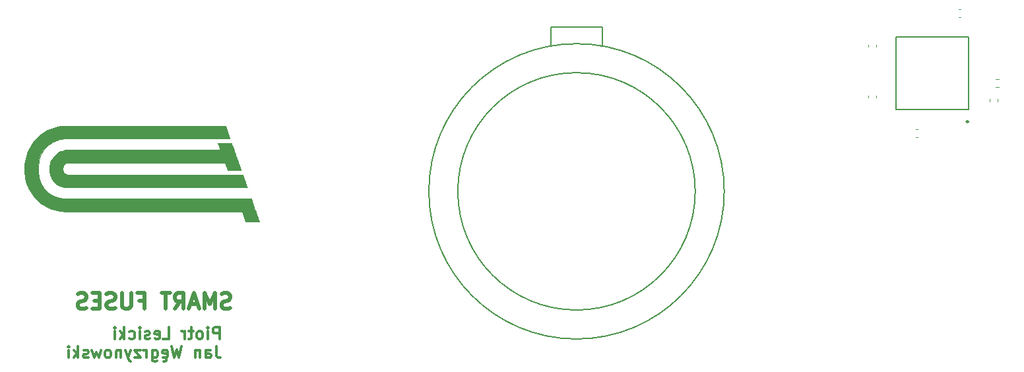
<source format=gbr>
%TF.GenerationSoftware,KiCad,Pcbnew,(6.0.2)*%
%TF.CreationDate,2022-06-14T20:32:41+02:00*%
%TF.ProjectId,SB-Spoko Bezpieczniki,53422d53-706f-46b6-9f20-42657a706965,rev?*%
%TF.SameCoordinates,Original*%
%TF.FileFunction,Legend,Bot*%
%TF.FilePolarity,Positive*%
%FSLAX46Y46*%
G04 Gerber Fmt 4.6, Leading zero omitted, Abs format (unit mm)*
G04 Created by KiCad (PCBNEW (6.0.2)) date 2022-06-14 20:32:41*
%MOMM*%
%LPD*%
G01*
G04 APERTURE LIST*
%ADD10C,0.150000*%
%ADD11C,0.375000*%
%ADD12C,0.500000*%
%ADD13C,0.010000*%
%ADD14C,0.120000*%
%ADD15C,0.200000*%
%ADD16C,0.250000*%
G04 APERTURE END LIST*
D10*
X211771784Y-96230000D02*
G75*
G03*
X211771784Y-96230000I-18951784J0D01*
G01*
X208052219Y-96230000D02*
G75*
G03*
X208052219Y-96230000I-15232219J0D01*
G01*
X189510000Y-75100000D02*
X196120000Y-75100000D01*
X189510000Y-77510000D02*
X189510000Y-75100000D01*
X196120000Y-75100000D02*
X196120000Y-77540000D01*
D11*
X146999107Y-115181071D02*
X146999107Y-113681071D01*
X146427678Y-113681071D01*
X146284821Y-113752500D01*
X146213392Y-113823928D01*
X146141964Y-113966785D01*
X146141964Y-114181071D01*
X146213392Y-114323928D01*
X146284821Y-114395357D01*
X146427678Y-114466785D01*
X146999107Y-114466785D01*
X145499107Y-115181071D02*
X145499107Y-114181071D01*
X145499107Y-113681071D02*
X145570535Y-113752500D01*
X145499107Y-113823928D01*
X145427678Y-113752500D01*
X145499107Y-113681071D01*
X145499107Y-113823928D01*
X144570535Y-115181071D02*
X144713392Y-115109642D01*
X144784821Y-115038214D01*
X144856250Y-114895357D01*
X144856250Y-114466785D01*
X144784821Y-114323928D01*
X144713392Y-114252500D01*
X144570535Y-114181071D01*
X144356250Y-114181071D01*
X144213392Y-114252500D01*
X144141964Y-114323928D01*
X144070535Y-114466785D01*
X144070535Y-114895357D01*
X144141964Y-115038214D01*
X144213392Y-115109642D01*
X144356250Y-115181071D01*
X144570535Y-115181071D01*
X143641964Y-114181071D02*
X143070535Y-114181071D01*
X143427678Y-113681071D02*
X143427678Y-114966785D01*
X143356250Y-115109642D01*
X143213392Y-115181071D01*
X143070535Y-115181071D01*
X142570535Y-115181071D02*
X142570535Y-114181071D01*
X142570535Y-114466785D02*
X142499107Y-114323928D01*
X142427678Y-114252500D01*
X142284821Y-114181071D01*
X142141964Y-114181071D01*
X139784821Y-115181071D02*
X140499107Y-115181071D01*
X140499107Y-113681071D01*
X138713392Y-115109642D02*
X138856250Y-115181071D01*
X139141964Y-115181071D01*
X139284821Y-115109642D01*
X139356250Y-114966785D01*
X139356250Y-114395357D01*
X139284821Y-114252500D01*
X139141964Y-114181071D01*
X138856250Y-114181071D01*
X138713392Y-114252500D01*
X138641964Y-114395357D01*
X138641964Y-114538214D01*
X139356250Y-114681071D01*
X138070535Y-115109642D02*
X137927678Y-115181071D01*
X137641964Y-115181071D01*
X137499107Y-115109642D01*
X137427678Y-114966785D01*
X137427678Y-114895357D01*
X137499107Y-114752500D01*
X137641964Y-114681071D01*
X137856250Y-114681071D01*
X137999107Y-114609642D01*
X138070535Y-114466785D01*
X138070535Y-114395357D01*
X137999107Y-114252500D01*
X137856250Y-114181071D01*
X137641964Y-114181071D01*
X137499107Y-114252500D01*
X136784821Y-115181071D02*
X136784821Y-114181071D01*
X136784821Y-113681071D02*
X136856250Y-113752500D01*
X136784821Y-113823928D01*
X136713392Y-113752500D01*
X136784821Y-113681071D01*
X136784821Y-113823928D01*
X135427678Y-115109642D02*
X135570535Y-115181071D01*
X135856250Y-115181071D01*
X135999107Y-115109642D01*
X136070535Y-115038214D01*
X136141964Y-114895357D01*
X136141964Y-114466785D01*
X136070535Y-114323928D01*
X135999107Y-114252500D01*
X135856250Y-114181071D01*
X135570535Y-114181071D01*
X135427678Y-114252500D01*
X134784821Y-115181071D02*
X134784821Y-113681071D01*
X134641964Y-114609642D02*
X134213392Y-115181071D01*
X134213392Y-114181071D02*
X134784821Y-114752500D01*
X133570535Y-115181071D02*
X133570535Y-114181071D01*
X133570535Y-113681071D02*
X133641964Y-113752500D01*
X133570535Y-113823928D01*
X133499107Y-113752500D01*
X133570535Y-113681071D01*
X133570535Y-113823928D01*
X146570535Y-116096071D02*
X146570535Y-117167500D01*
X146641964Y-117381785D01*
X146784821Y-117524642D01*
X146999107Y-117596071D01*
X147141964Y-117596071D01*
X145213392Y-117596071D02*
X145213392Y-116810357D01*
X145284821Y-116667500D01*
X145427678Y-116596071D01*
X145713392Y-116596071D01*
X145856250Y-116667500D01*
X145213392Y-117524642D02*
X145356250Y-117596071D01*
X145713392Y-117596071D01*
X145856250Y-117524642D01*
X145927678Y-117381785D01*
X145927678Y-117238928D01*
X145856250Y-117096071D01*
X145713392Y-117024642D01*
X145356250Y-117024642D01*
X145213392Y-116953214D01*
X144499107Y-116596071D02*
X144499107Y-117596071D01*
X144499107Y-116738928D02*
X144427678Y-116667500D01*
X144284821Y-116596071D01*
X144070535Y-116596071D01*
X143927678Y-116667500D01*
X143856250Y-116810357D01*
X143856250Y-117596071D01*
X142141964Y-116096071D02*
X141784821Y-117596071D01*
X141499107Y-116524642D01*
X141213392Y-117596071D01*
X140856250Y-116096071D01*
X139713392Y-117524642D02*
X139856250Y-117596071D01*
X140141964Y-117596071D01*
X140284821Y-117524642D01*
X140356250Y-117381785D01*
X140356250Y-116810357D01*
X140284821Y-116667500D01*
X140141964Y-116596071D01*
X139856250Y-116596071D01*
X139713392Y-116667500D01*
X139641964Y-116810357D01*
X139641964Y-116953214D01*
X140356250Y-117096071D01*
X139999107Y-117596071D02*
X140141964Y-117738928D01*
X140213392Y-117881785D01*
X140141964Y-118024642D01*
X139999107Y-118096071D01*
X139856250Y-118096071D01*
X138356250Y-116596071D02*
X138356250Y-117810357D01*
X138427678Y-117953214D01*
X138499107Y-118024642D01*
X138641964Y-118096071D01*
X138856250Y-118096071D01*
X138999107Y-118024642D01*
X138356250Y-117524642D02*
X138499107Y-117596071D01*
X138784821Y-117596071D01*
X138927678Y-117524642D01*
X138999107Y-117453214D01*
X139070535Y-117310357D01*
X139070535Y-116881785D01*
X138999107Y-116738928D01*
X138927678Y-116667500D01*
X138784821Y-116596071D01*
X138499107Y-116596071D01*
X138356250Y-116667500D01*
X137641964Y-117596071D02*
X137641964Y-116596071D01*
X137641964Y-116881785D02*
X137570535Y-116738928D01*
X137499107Y-116667500D01*
X137356250Y-116596071D01*
X137213392Y-116596071D01*
X136856250Y-116596071D02*
X136070535Y-116596071D01*
X136856250Y-117596071D01*
X136070535Y-117596071D01*
X135641964Y-116596071D02*
X135284821Y-117596071D01*
X134927678Y-116596071D02*
X135284821Y-117596071D01*
X135427678Y-117953214D01*
X135499107Y-118024642D01*
X135641964Y-118096071D01*
X134356250Y-116596071D02*
X134356250Y-117596071D01*
X134356250Y-116738928D02*
X134284821Y-116667500D01*
X134141964Y-116596071D01*
X133927678Y-116596071D01*
X133784821Y-116667500D01*
X133713392Y-116810357D01*
X133713392Y-117596071D01*
X132784821Y-117596071D02*
X132927678Y-117524642D01*
X132999107Y-117453214D01*
X133070535Y-117310357D01*
X133070535Y-116881785D01*
X132999107Y-116738928D01*
X132927678Y-116667500D01*
X132784821Y-116596071D01*
X132570535Y-116596071D01*
X132427678Y-116667500D01*
X132356250Y-116738928D01*
X132284821Y-116881785D01*
X132284821Y-117310357D01*
X132356250Y-117453214D01*
X132427678Y-117524642D01*
X132570535Y-117596071D01*
X132784821Y-117596071D01*
X131784821Y-116596071D02*
X131499107Y-117596071D01*
X131213392Y-116881785D01*
X130927678Y-117596071D01*
X130641964Y-116596071D01*
X130141964Y-117524642D02*
X129999107Y-117596071D01*
X129713392Y-117596071D01*
X129570535Y-117524642D01*
X129499107Y-117381785D01*
X129499107Y-117310357D01*
X129570535Y-117167500D01*
X129713392Y-117096071D01*
X129927678Y-117096071D01*
X130070535Y-117024642D01*
X130141964Y-116881785D01*
X130141964Y-116810357D01*
X130070535Y-116667500D01*
X129927678Y-116596071D01*
X129713392Y-116596071D01*
X129570535Y-116667500D01*
X128856250Y-117596071D02*
X128856250Y-116096071D01*
X128713392Y-117024642D02*
X128284821Y-117596071D01*
X128284821Y-116596071D02*
X128856250Y-117167500D01*
X127641964Y-117596071D02*
X127641964Y-116596071D01*
X127641964Y-116096071D02*
X127713392Y-116167500D01*
X127641964Y-116238928D01*
X127570535Y-116167500D01*
X127641964Y-116096071D01*
X127641964Y-116238928D01*
D12*
X148411857Y-111199523D02*
X148126143Y-111294761D01*
X147649953Y-111294761D01*
X147459476Y-111199523D01*
X147364238Y-111104285D01*
X147269000Y-110913809D01*
X147269000Y-110723333D01*
X147364238Y-110532857D01*
X147459476Y-110437619D01*
X147649953Y-110342380D01*
X148030905Y-110247142D01*
X148221381Y-110151904D01*
X148316619Y-110056666D01*
X148411857Y-109866190D01*
X148411857Y-109675714D01*
X148316619Y-109485238D01*
X148221381Y-109390000D01*
X148030905Y-109294761D01*
X147554714Y-109294761D01*
X147269000Y-109390000D01*
X146411857Y-111294761D02*
X146411857Y-109294761D01*
X145745191Y-110723333D01*
X145078524Y-109294761D01*
X145078524Y-111294761D01*
X144221381Y-110723333D02*
X143269000Y-110723333D01*
X144411857Y-111294761D02*
X143745191Y-109294761D01*
X143078524Y-111294761D01*
X141269000Y-111294761D02*
X141935667Y-110342380D01*
X142411857Y-111294761D02*
X142411857Y-109294761D01*
X141649953Y-109294761D01*
X141459476Y-109390000D01*
X141364238Y-109485238D01*
X141269000Y-109675714D01*
X141269000Y-109961428D01*
X141364238Y-110151904D01*
X141459476Y-110247142D01*
X141649953Y-110342380D01*
X142411857Y-110342380D01*
X140697572Y-109294761D02*
X139554714Y-109294761D01*
X140126143Y-111294761D02*
X140126143Y-109294761D01*
X136697572Y-110247142D02*
X137364238Y-110247142D01*
X137364238Y-111294761D02*
X137364238Y-109294761D01*
X136411857Y-109294761D01*
X135649953Y-109294761D02*
X135649953Y-110913809D01*
X135554714Y-111104285D01*
X135459476Y-111199523D01*
X135269000Y-111294761D01*
X134888048Y-111294761D01*
X134697572Y-111199523D01*
X134602334Y-111104285D01*
X134507095Y-110913809D01*
X134507095Y-109294761D01*
X133649953Y-111199523D02*
X133364238Y-111294761D01*
X132888048Y-111294761D01*
X132697572Y-111199523D01*
X132602334Y-111104285D01*
X132507095Y-110913809D01*
X132507095Y-110723333D01*
X132602334Y-110532857D01*
X132697572Y-110437619D01*
X132888048Y-110342380D01*
X133269000Y-110247142D01*
X133459476Y-110151904D01*
X133554714Y-110056666D01*
X133649953Y-109866190D01*
X133649953Y-109675714D01*
X133554714Y-109485238D01*
X133459476Y-109390000D01*
X133269000Y-109294761D01*
X132792810Y-109294761D01*
X132507095Y-109390000D01*
X131649953Y-110247142D02*
X130983286Y-110247142D01*
X130697572Y-111294761D02*
X131649953Y-111294761D01*
X131649953Y-109294761D01*
X130697572Y-109294761D01*
X129935667Y-111199523D02*
X129649953Y-111294761D01*
X129173762Y-111294761D01*
X128983286Y-111199523D01*
X128888048Y-111104285D01*
X128792810Y-110913809D01*
X128792810Y-110723333D01*
X128888048Y-110532857D01*
X128983286Y-110437619D01*
X129173762Y-110342380D01*
X129554714Y-110247142D01*
X129745191Y-110151904D01*
X129840429Y-110056666D01*
X129935667Y-109866190D01*
X129935667Y-109675714D01*
X129840429Y-109485238D01*
X129745191Y-109390000D01*
X129554714Y-109294761D01*
X129078524Y-109294761D01*
X128792810Y-109390000D01*
D13*
%TO.C,G\u002A\u002A\u002A*%
X147496852Y-90022957D02*
X147351381Y-90023197D01*
X147351381Y-90023197D02*
X147224635Y-90023609D01*
X147224635Y-90023609D02*
X147115815Y-90024204D01*
X147115815Y-90024204D02*
X147024125Y-90024993D01*
X147024125Y-90024993D02*
X146948767Y-90025986D01*
X146948767Y-90025986D02*
X146888943Y-90027193D01*
X146888943Y-90027193D02*
X146843856Y-90028625D01*
X146843856Y-90028625D02*
X146812709Y-90030292D01*
X146812709Y-90030292D02*
X146794704Y-90032206D01*
X146794704Y-90032206D02*
X146789040Y-90034326D01*
X146789040Y-90034326D02*
X146792322Y-90046034D01*
X146792322Y-90046034D02*
X146801706Y-90074881D01*
X146801706Y-90074881D02*
X146816503Y-90118855D01*
X146816503Y-90118855D02*
X146836021Y-90175943D01*
X146836021Y-90175943D02*
X146859570Y-90244134D01*
X146859570Y-90244134D02*
X146886460Y-90321414D01*
X146886460Y-90321414D02*
X146916000Y-90405773D01*
X146916000Y-90405773D02*
X146936360Y-90463632D01*
X146936360Y-90463632D02*
X146967229Y-90551355D01*
X146967229Y-90551355D02*
X146995902Y-90633162D01*
X146995902Y-90633162D02*
X147021692Y-90707065D01*
X147021692Y-90707065D02*
X147043909Y-90771075D01*
X147043909Y-90771075D02*
X147061865Y-90823205D01*
X147061865Y-90823205D02*
X147074872Y-90861466D01*
X147074872Y-90861466D02*
X147082240Y-90883870D01*
X147082240Y-90883870D02*
X147083680Y-90889004D01*
X147083680Y-90889004D02*
X147073593Y-90889347D01*
X147073593Y-90889347D02*
X147043622Y-90889693D01*
X147043622Y-90889693D02*
X146994205Y-90890042D01*
X146994205Y-90890042D02*
X146925776Y-90890391D01*
X146925776Y-90890391D02*
X146838773Y-90890742D01*
X146838773Y-90890742D02*
X146733633Y-90891093D01*
X146733633Y-90891093D02*
X146610792Y-90891444D01*
X146610792Y-90891444D02*
X146470685Y-90891795D01*
X146470685Y-90891795D02*
X146313751Y-90892145D01*
X146313751Y-90892145D02*
X146140424Y-90892494D01*
X146140424Y-90892494D02*
X145951142Y-90892841D01*
X145951142Y-90892841D02*
X145746342Y-90893186D01*
X145746342Y-90893186D02*
X145526458Y-90893528D01*
X145526458Y-90893528D02*
X145291929Y-90893867D01*
X145291929Y-90893867D02*
X145043191Y-90894202D01*
X145043191Y-90894202D02*
X144780679Y-90894534D01*
X144780679Y-90894534D02*
X144504830Y-90894860D01*
X144504830Y-90894860D02*
X144216082Y-90895182D01*
X144216082Y-90895182D02*
X143914870Y-90895498D01*
X143914870Y-90895498D02*
X143601630Y-90895808D01*
X143601630Y-90895808D02*
X143276800Y-90896111D01*
X143276800Y-90896111D02*
X142940816Y-90896408D01*
X142940816Y-90896408D02*
X142594114Y-90896697D01*
X142594114Y-90896697D02*
X142237130Y-90896978D01*
X142237130Y-90896978D02*
X141870301Y-90897251D01*
X141870301Y-90897251D02*
X141494064Y-90897516D01*
X141494064Y-90897516D02*
X141108855Y-90897771D01*
X141108855Y-90897771D02*
X140715111Y-90898016D01*
X140715111Y-90898016D02*
X140313267Y-90898251D01*
X140313267Y-90898251D02*
X139903761Y-90898475D01*
X139903761Y-90898475D02*
X139487029Y-90898688D01*
X139487029Y-90898688D02*
X139063507Y-90898890D01*
X139063507Y-90898890D02*
X138633632Y-90899079D01*
X138633632Y-90899079D02*
X138197840Y-90899256D01*
X138197840Y-90899256D02*
X137756568Y-90899420D01*
X137756568Y-90899420D02*
X137310252Y-90899571D01*
X137310252Y-90899571D02*
X137215780Y-90899601D01*
X137215780Y-90899601D02*
X127347880Y-90902686D01*
X127347880Y-90902686D02*
X127219385Y-90924412D01*
X127219385Y-90924412D02*
X127011445Y-90966612D01*
X127011445Y-90966612D02*
X126818177Y-91020905D01*
X126818177Y-91020905D02*
X126637128Y-91088440D01*
X126637128Y-91088440D02*
X126465848Y-91170369D01*
X126465848Y-91170369D02*
X126301884Y-91267840D01*
X126301884Y-91267840D02*
X126142787Y-91382004D01*
X126142787Y-91382004D02*
X126011903Y-91490944D01*
X126011903Y-91490944D02*
X125857661Y-91640362D01*
X125857661Y-91640362D02*
X125716346Y-91803846D01*
X125716346Y-91803846D02*
X125589177Y-91979378D01*
X125589177Y-91979378D02*
X125477369Y-92164937D01*
X125477369Y-92164937D02*
X125382140Y-92358506D01*
X125382140Y-92358506D02*
X125304706Y-92558066D01*
X125304706Y-92558066D02*
X125246427Y-92761000D01*
X125246427Y-92761000D02*
X125206680Y-92970263D01*
X125206680Y-92970263D02*
X125184544Y-93187243D01*
X125184544Y-93187243D02*
X125180220Y-93409176D01*
X125180220Y-93409176D02*
X125187912Y-93566164D01*
X125187912Y-93566164D02*
X125209719Y-93773429D01*
X125209719Y-93773429D02*
X125242239Y-93965499D01*
X125242239Y-93965499D02*
X125286069Y-94144803D01*
X125286069Y-94144803D02*
X125341808Y-94313772D01*
X125341808Y-94313772D02*
X125410055Y-94474833D01*
X125410055Y-94474833D02*
X125413493Y-94482067D01*
X125413493Y-94482067D02*
X125476858Y-94607295D01*
X125476858Y-94607295D02*
X125540869Y-94717499D01*
X125540869Y-94717499D02*
X125609021Y-94817773D01*
X125609021Y-94817773D02*
X125684809Y-94913213D01*
X125684809Y-94913213D02*
X125771728Y-95008912D01*
X125771728Y-95008912D02*
X125782608Y-95020178D01*
X125782608Y-95020178D02*
X125917652Y-95148419D01*
X125917652Y-95148419D02*
X126059599Y-95261325D01*
X126059599Y-95261325D02*
X126212565Y-95361873D01*
X126212565Y-95361873D02*
X126380663Y-95453035D01*
X126380663Y-95453035D02*
X126382680Y-95454031D01*
X126382680Y-95454031D02*
X126511528Y-95513714D01*
X126511528Y-95513714D02*
X126640822Y-95565441D01*
X126640822Y-95565441D02*
X126774572Y-95610449D01*
X126774572Y-95610449D02*
X126916788Y-95649973D01*
X126916788Y-95649973D02*
X127071478Y-95685249D01*
X127071478Y-95685249D02*
X127231040Y-95715500D01*
X127231040Y-95715500D02*
X127358040Y-95737643D01*
X127358040Y-95737643D02*
X138953140Y-95740341D01*
X138953140Y-95740341D02*
X139438233Y-95740447D01*
X139438233Y-95740447D02*
X139918408Y-95740539D01*
X139918408Y-95740539D02*
X140393261Y-95740616D01*
X140393261Y-95740616D02*
X140862391Y-95740680D01*
X140862391Y-95740680D02*
X141325395Y-95740729D01*
X141325395Y-95740729D02*
X141781870Y-95740765D01*
X141781870Y-95740765D02*
X142231414Y-95740788D01*
X142231414Y-95740788D02*
X142673624Y-95740797D01*
X142673624Y-95740797D02*
X143108097Y-95740792D01*
X143108097Y-95740792D02*
X143534431Y-95740775D01*
X143534431Y-95740775D02*
X143952222Y-95740745D01*
X143952222Y-95740745D02*
X144361069Y-95740703D01*
X144361069Y-95740703D02*
X144760569Y-95740647D01*
X144760569Y-95740647D02*
X145150319Y-95740580D01*
X145150319Y-95740580D02*
X145529916Y-95740500D01*
X145529916Y-95740500D02*
X145898958Y-95740409D01*
X145898958Y-95740409D02*
X146257042Y-95740305D01*
X146257042Y-95740305D02*
X146603766Y-95740191D01*
X146603766Y-95740191D02*
X146938726Y-95740064D01*
X146938726Y-95740064D02*
X147261521Y-95739926D01*
X147261521Y-95739926D02*
X147571747Y-95739778D01*
X147571747Y-95739778D02*
X147869002Y-95739618D01*
X147869002Y-95739618D02*
X148152883Y-95739448D01*
X148152883Y-95739448D02*
X148422988Y-95739267D01*
X148422988Y-95739267D02*
X148678914Y-95739075D01*
X148678914Y-95739075D02*
X148920258Y-95738874D01*
X148920258Y-95738874D02*
X149146618Y-95738662D01*
X149146618Y-95738662D02*
X149357591Y-95738441D01*
X149357591Y-95738441D02*
X149552775Y-95738209D01*
X149552775Y-95738209D02*
X149731766Y-95737969D01*
X149731766Y-95737969D02*
X149894162Y-95737719D01*
X149894162Y-95737719D02*
X150039561Y-95737459D01*
X150039561Y-95737459D02*
X150167559Y-95737191D01*
X150167559Y-95737191D02*
X150277755Y-95736914D01*
X150277755Y-95736914D02*
X150369745Y-95736628D01*
X150369745Y-95736628D02*
X150443127Y-95736334D01*
X150443127Y-95736334D02*
X150497499Y-95736032D01*
X150497499Y-95736032D02*
X150532457Y-95735721D01*
X150532457Y-95735721D02*
X150547598Y-95735403D01*
X150547598Y-95735403D02*
X150548240Y-95735321D01*
X150548240Y-95735321D02*
X150544935Y-95724789D01*
X150544935Y-95724789D02*
X150535345Y-95696506D01*
X150535345Y-95696506D02*
X150519962Y-95651876D01*
X150519962Y-95651876D02*
X150499279Y-95592305D01*
X150499279Y-95592305D02*
X150473785Y-95519198D01*
X150473785Y-95519198D02*
X150443973Y-95433961D01*
X150443973Y-95433961D02*
X150410333Y-95337999D01*
X150410333Y-95337999D02*
X150373358Y-95232717D01*
X150373358Y-95232717D02*
X150333538Y-95119521D01*
X150333538Y-95119521D02*
X150291365Y-94999816D01*
X150291365Y-94999816D02*
X150259606Y-94909781D01*
X150259606Y-94909781D02*
X149970971Y-94091960D01*
X149970971Y-94091960D02*
X138710226Y-94086880D01*
X138710226Y-94086880D02*
X127449480Y-94081800D01*
X127449480Y-94081800D02*
X127373280Y-94059972D01*
X127373280Y-94059972D02*
X127261555Y-94020486D01*
X127261555Y-94020486D02*
X127165591Y-93970187D01*
X127165591Y-93970187D02*
X127084976Y-93908411D01*
X127084976Y-93908411D02*
X127019301Y-93834496D01*
X127019301Y-93834496D02*
X126968153Y-93747776D01*
X126968153Y-93747776D02*
X126931122Y-93647590D01*
X126931122Y-93647590D02*
X126907796Y-93533273D01*
X126907796Y-93533273D02*
X126897763Y-93404161D01*
X126897763Y-93404161D02*
X126898832Y-93294400D01*
X126898832Y-93294400D02*
X126912207Y-93155065D01*
X126912207Y-93155065D02*
X126940009Y-93030037D01*
X126940009Y-93030037D02*
X126982247Y-92919303D01*
X126982247Y-92919303D02*
X127038928Y-92822852D01*
X127038928Y-92822852D02*
X127110062Y-92740672D01*
X127110062Y-92740672D02*
X127195655Y-92672751D01*
X127195655Y-92672751D02*
X127295717Y-92619078D01*
X127295717Y-92619078D02*
X127403958Y-92581337D01*
X127403958Y-92581337D02*
X127490120Y-92557800D01*
X127490120Y-92557800D02*
X147675957Y-92557800D01*
X147675957Y-92557800D02*
X148016469Y-93523000D01*
X148016469Y-93523000D02*
X148891195Y-93525596D01*
X148891195Y-93525596D02*
X149050198Y-93525958D01*
X149050198Y-93525958D02*
X149195203Y-93526062D01*
X149195203Y-93526062D02*
X149325496Y-93525915D01*
X149325496Y-93525915D02*
X149440364Y-93525523D01*
X149440364Y-93525523D02*
X149539095Y-93524891D01*
X149539095Y-93524891D02*
X149620976Y-93524024D01*
X149620976Y-93524024D02*
X149685293Y-93522929D01*
X149685293Y-93522929D02*
X149731334Y-93521612D01*
X149731334Y-93521612D02*
X149758386Y-93520077D01*
X149758386Y-93520077D02*
X149765920Y-93518578D01*
X149765920Y-93518578D02*
X149762589Y-93508136D01*
X149762589Y-93508136D02*
X149752820Y-93479507D01*
X149752820Y-93479507D02*
X149736956Y-93433661D01*
X149736956Y-93433661D02*
X149715337Y-93371569D01*
X149715337Y-93371569D02*
X149688304Y-93294200D01*
X149688304Y-93294200D02*
X149656197Y-93202523D01*
X149656197Y-93202523D02*
X149619357Y-93097509D01*
X149619357Y-93097509D02*
X149578126Y-92980127D01*
X149578126Y-92980127D02*
X149532843Y-92851348D01*
X149532843Y-92851348D02*
X149483850Y-92712142D01*
X149483850Y-92712142D02*
X149431487Y-92563477D01*
X149431487Y-92563477D02*
X149376096Y-92406324D01*
X149376096Y-92406324D02*
X149318016Y-92241654D01*
X149318016Y-92241654D02*
X149257589Y-92070435D01*
X149257589Y-92070435D02*
X149195156Y-91893637D01*
X149195156Y-91893637D02*
X149165290Y-91809101D01*
X149165290Y-91809101D02*
X149101808Y-91629435D01*
X149101808Y-91629435D02*
X149040020Y-91454556D01*
X149040020Y-91454556D02*
X148980278Y-91285460D01*
X148980278Y-91285460D02*
X148922934Y-91123144D01*
X148922934Y-91123144D02*
X148868340Y-90968603D01*
X148868340Y-90968603D02*
X148816847Y-90822832D01*
X148816847Y-90822832D02*
X148768807Y-90686828D01*
X148768807Y-90686828D02*
X148724571Y-90561585D01*
X148724571Y-90561585D02*
X148684491Y-90448100D01*
X148684491Y-90448100D02*
X148648919Y-90347367D01*
X148648919Y-90347367D02*
X148618206Y-90260384D01*
X148618206Y-90260384D02*
X148592705Y-90188145D01*
X148592705Y-90188145D02*
X148572766Y-90131646D01*
X148572766Y-90131646D02*
X148558741Y-90091883D01*
X148558741Y-90091883D02*
X148550983Y-90069851D01*
X148550983Y-90069851D02*
X148549655Y-90066060D01*
X148549655Y-90066060D02*
X148534650Y-90022880D01*
X148534650Y-90022880D02*
X147661845Y-90022880D01*
X147661845Y-90022880D02*
X147496852Y-90022957D01*
X147496852Y-90022957D02*
X147496852Y-90022957D01*
G36*
X148549655Y-90066060D02*
G01*
X148550983Y-90069851D01*
X148558741Y-90091883D01*
X148572766Y-90131646D01*
X148592705Y-90188145D01*
X148618206Y-90260384D01*
X148648919Y-90347367D01*
X148684491Y-90448100D01*
X148724571Y-90561585D01*
X148768807Y-90686828D01*
X148816847Y-90822832D01*
X148868340Y-90968603D01*
X148922934Y-91123144D01*
X148980278Y-91285460D01*
X149040020Y-91454556D01*
X149101808Y-91629435D01*
X149165290Y-91809101D01*
X149195156Y-91893637D01*
X149257589Y-92070435D01*
X149318016Y-92241654D01*
X149376096Y-92406324D01*
X149431487Y-92563477D01*
X149483850Y-92712142D01*
X149532843Y-92851348D01*
X149578126Y-92980127D01*
X149619357Y-93097509D01*
X149656197Y-93202523D01*
X149688304Y-93294200D01*
X149715337Y-93371569D01*
X149736956Y-93433661D01*
X149752820Y-93479507D01*
X149762589Y-93508136D01*
X149765920Y-93518578D01*
X149758386Y-93520077D01*
X149731334Y-93521612D01*
X149685293Y-93522929D01*
X149620976Y-93524024D01*
X149539095Y-93524891D01*
X149440364Y-93525523D01*
X149325496Y-93525915D01*
X149195203Y-93526062D01*
X149050198Y-93525958D01*
X148891195Y-93525596D01*
X148016469Y-93523000D01*
X147675957Y-92557800D01*
X127490120Y-92557800D01*
X127403958Y-92581337D01*
X127295717Y-92619078D01*
X127195655Y-92672751D01*
X127110062Y-92740672D01*
X127038928Y-92822852D01*
X126982247Y-92919303D01*
X126940009Y-93030037D01*
X126912207Y-93155065D01*
X126898832Y-93294400D01*
X126897763Y-93404161D01*
X126907796Y-93533273D01*
X126931122Y-93647590D01*
X126968153Y-93747776D01*
X127019301Y-93834496D01*
X127084976Y-93908411D01*
X127165591Y-93970187D01*
X127261555Y-94020486D01*
X127373280Y-94059972D01*
X127449480Y-94081800D01*
X138710226Y-94086880D01*
X149970971Y-94091960D01*
X150259606Y-94909781D01*
X150291365Y-94999816D01*
X150333538Y-95119521D01*
X150373358Y-95232717D01*
X150410333Y-95337999D01*
X150443973Y-95433961D01*
X150473785Y-95519198D01*
X150499279Y-95592305D01*
X150519962Y-95651876D01*
X150535345Y-95696506D01*
X150544935Y-95724789D01*
X150548240Y-95735321D01*
X150547598Y-95735403D01*
X150532457Y-95735721D01*
X150497499Y-95736032D01*
X150443127Y-95736334D01*
X150369745Y-95736628D01*
X150277755Y-95736914D01*
X150167559Y-95737191D01*
X150039561Y-95737459D01*
X149894162Y-95737719D01*
X149731766Y-95737969D01*
X149552775Y-95738209D01*
X149357591Y-95738441D01*
X149146618Y-95738662D01*
X148920258Y-95738874D01*
X148678914Y-95739075D01*
X148422988Y-95739267D01*
X148152883Y-95739448D01*
X147869002Y-95739618D01*
X147571747Y-95739778D01*
X147261521Y-95739926D01*
X146938726Y-95740064D01*
X146603766Y-95740191D01*
X146257042Y-95740305D01*
X145898958Y-95740409D01*
X145529916Y-95740500D01*
X145150319Y-95740580D01*
X144760569Y-95740647D01*
X144361069Y-95740703D01*
X143952222Y-95740745D01*
X143534431Y-95740775D01*
X143108097Y-95740792D01*
X142673624Y-95740797D01*
X142231414Y-95740788D01*
X141781870Y-95740765D01*
X141325395Y-95740729D01*
X140862391Y-95740680D01*
X140393261Y-95740616D01*
X139918408Y-95740539D01*
X139438233Y-95740447D01*
X138953140Y-95740341D01*
X127358040Y-95737643D01*
X127231040Y-95715500D01*
X127071478Y-95685249D01*
X126916788Y-95649973D01*
X126774572Y-95610449D01*
X126640822Y-95565441D01*
X126511528Y-95513714D01*
X126382680Y-95454031D01*
X126380663Y-95453035D01*
X126212565Y-95361873D01*
X126059599Y-95261325D01*
X125917652Y-95148419D01*
X125782608Y-95020178D01*
X125771728Y-95008912D01*
X125684809Y-94913213D01*
X125609021Y-94817773D01*
X125540869Y-94717499D01*
X125476858Y-94607295D01*
X125413493Y-94482067D01*
X125410055Y-94474833D01*
X125341808Y-94313772D01*
X125286069Y-94144803D01*
X125242239Y-93965499D01*
X125209719Y-93773429D01*
X125187912Y-93566164D01*
X125180220Y-93409176D01*
X125184544Y-93187243D01*
X125206680Y-92970263D01*
X125246427Y-92761000D01*
X125304706Y-92558066D01*
X125382140Y-92358506D01*
X125477369Y-92164937D01*
X125589177Y-91979378D01*
X125716346Y-91803846D01*
X125857661Y-91640362D01*
X126011903Y-91490944D01*
X126142787Y-91382004D01*
X126301884Y-91267840D01*
X126465848Y-91170369D01*
X126637128Y-91088440D01*
X126818177Y-91020905D01*
X127011445Y-90966612D01*
X127219385Y-90924412D01*
X127347880Y-90902686D01*
X137215780Y-90899601D01*
X137310252Y-90899571D01*
X137756568Y-90899420D01*
X138197840Y-90899256D01*
X138633632Y-90899079D01*
X139063507Y-90898890D01*
X139487029Y-90898688D01*
X139903761Y-90898475D01*
X140313267Y-90898251D01*
X140715111Y-90898016D01*
X141108855Y-90897771D01*
X141494064Y-90897516D01*
X141870301Y-90897251D01*
X142237130Y-90896978D01*
X142594114Y-90896697D01*
X142940816Y-90896408D01*
X143276800Y-90896111D01*
X143601630Y-90895808D01*
X143914870Y-90895498D01*
X144216082Y-90895182D01*
X144504830Y-90894860D01*
X144780679Y-90894534D01*
X145043191Y-90894202D01*
X145291929Y-90893867D01*
X145526458Y-90893528D01*
X145746342Y-90893186D01*
X145951142Y-90892841D01*
X146140424Y-90892494D01*
X146313751Y-90892145D01*
X146470685Y-90891795D01*
X146610792Y-90891444D01*
X146733633Y-90891093D01*
X146838773Y-90890742D01*
X146925776Y-90890391D01*
X146994205Y-90890042D01*
X147043622Y-90889693D01*
X147073593Y-90889347D01*
X147083680Y-90889004D01*
X147082240Y-90883870D01*
X147074872Y-90861466D01*
X147061865Y-90823205D01*
X147043909Y-90771075D01*
X147021692Y-90707065D01*
X146995902Y-90633162D01*
X146967229Y-90551355D01*
X146936360Y-90463632D01*
X146916000Y-90405773D01*
X146886460Y-90321414D01*
X146859570Y-90244134D01*
X146836021Y-90175943D01*
X146816503Y-90118855D01*
X146801706Y-90074881D01*
X146792322Y-90046034D01*
X146789040Y-90034326D01*
X146794704Y-90032206D01*
X146812709Y-90030292D01*
X146843856Y-90028625D01*
X146888943Y-90027193D01*
X146948767Y-90025986D01*
X147024125Y-90024993D01*
X147115815Y-90024204D01*
X147224635Y-90023609D01*
X147351381Y-90023197D01*
X147496852Y-90022957D01*
X147661845Y-90022880D01*
X148534650Y-90022880D01*
X148549655Y-90066060D01*
G37*
X148549655Y-90066060D02*
X148550983Y-90069851D01*
X148558741Y-90091883D01*
X148572766Y-90131646D01*
X148592705Y-90188145D01*
X148618206Y-90260384D01*
X148648919Y-90347367D01*
X148684491Y-90448100D01*
X148724571Y-90561585D01*
X148768807Y-90686828D01*
X148816847Y-90822832D01*
X148868340Y-90968603D01*
X148922934Y-91123144D01*
X148980278Y-91285460D01*
X149040020Y-91454556D01*
X149101808Y-91629435D01*
X149165290Y-91809101D01*
X149195156Y-91893637D01*
X149257589Y-92070435D01*
X149318016Y-92241654D01*
X149376096Y-92406324D01*
X149431487Y-92563477D01*
X149483850Y-92712142D01*
X149532843Y-92851348D01*
X149578126Y-92980127D01*
X149619357Y-93097509D01*
X149656197Y-93202523D01*
X149688304Y-93294200D01*
X149715337Y-93371569D01*
X149736956Y-93433661D01*
X149752820Y-93479507D01*
X149762589Y-93508136D01*
X149765920Y-93518578D01*
X149758386Y-93520077D01*
X149731334Y-93521612D01*
X149685293Y-93522929D01*
X149620976Y-93524024D01*
X149539095Y-93524891D01*
X149440364Y-93525523D01*
X149325496Y-93525915D01*
X149195203Y-93526062D01*
X149050198Y-93525958D01*
X148891195Y-93525596D01*
X148016469Y-93523000D01*
X147675957Y-92557800D01*
X127490120Y-92557800D01*
X127403958Y-92581337D01*
X127295717Y-92619078D01*
X127195655Y-92672751D01*
X127110062Y-92740672D01*
X127038928Y-92822852D01*
X126982247Y-92919303D01*
X126940009Y-93030037D01*
X126912207Y-93155065D01*
X126898832Y-93294400D01*
X126897763Y-93404161D01*
X126907796Y-93533273D01*
X126931122Y-93647590D01*
X126968153Y-93747776D01*
X127019301Y-93834496D01*
X127084976Y-93908411D01*
X127165591Y-93970187D01*
X127261555Y-94020486D01*
X127373280Y-94059972D01*
X127449480Y-94081800D01*
X138710226Y-94086880D01*
X149970971Y-94091960D01*
X150259606Y-94909781D01*
X150291365Y-94999816D01*
X150333538Y-95119521D01*
X150373358Y-95232717D01*
X150410333Y-95337999D01*
X150443973Y-95433961D01*
X150473785Y-95519198D01*
X150499279Y-95592305D01*
X150519962Y-95651876D01*
X150535345Y-95696506D01*
X150544935Y-95724789D01*
X150548240Y-95735321D01*
X150547598Y-95735403D01*
X150532457Y-95735721D01*
X150497499Y-95736032D01*
X150443127Y-95736334D01*
X150369745Y-95736628D01*
X150277755Y-95736914D01*
X150167559Y-95737191D01*
X150039561Y-95737459D01*
X149894162Y-95737719D01*
X149731766Y-95737969D01*
X149552775Y-95738209D01*
X149357591Y-95738441D01*
X149146618Y-95738662D01*
X148920258Y-95738874D01*
X148678914Y-95739075D01*
X148422988Y-95739267D01*
X148152883Y-95739448D01*
X147869002Y-95739618D01*
X147571747Y-95739778D01*
X147261521Y-95739926D01*
X146938726Y-95740064D01*
X146603766Y-95740191D01*
X146257042Y-95740305D01*
X145898958Y-95740409D01*
X145529916Y-95740500D01*
X145150319Y-95740580D01*
X144760569Y-95740647D01*
X144361069Y-95740703D01*
X143952222Y-95740745D01*
X143534431Y-95740775D01*
X143108097Y-95740792D01*
X142673624Y-95740797D01*
X142231414Y-95740788D01*
X141781870Y-95740765D01*
X141325395Y-95740729D01*
X140862391Y-95740680D01*
X140393261Y-95740616D01*
X139918408Y-95740539D01*
X139438233Y-95740447D01*
X138953140Y-95740341D01*
X127358040Y-95737643D01*
X127231040Y-95715500D01*
X127071478Y-95685249D01*
X126916788Y-95649973D01*
X126774572Y-95610449D01*
X126640822Y-95565441D01*
X126511528Y-95513714D01*
X126382680Y-95454031D01*
X126380663Y-95453035D01*
X126212565Y-95361873D01*
X126059599Y-95261325D01*
X125917652Y-95148419D01*
X125782608Y-95020178D01*
X125771728Y-95008912D01*
X125684809Y-94913213D01*
X125609021Y-94817773D01*
X125540869Y-94717499D01*
X125476858Y-94607295D01*
X125413493Y-94482067D01*
X125410055Y-94474833D01*
X125341808Y-94313772D01*
X125286069Y-94144803D01*
X125242239Y-93965499D01*
X125209719Y-93773429D01*
X125187912Y-93566164D01*
X125180220Y-93409176D01*
X125184544Y-93187243D01*
X125206680Y-92970263D01*
X125246427Y-92761000D01*
X125304706Y-92558066D01*
X125382140Y-92358506D01*
X125477369Y-92164937D01*
X125589177Y-91979378D01*
X125716346Y-91803846D01*
X125857661Y-91640362D01*
X126011903Y-91490944D01*
X126142787Y-91382004D01*
X126301884Y-91267840D01*
X126465848Y-91170369D01*
X126637128Y-91088440D01*
X126818177Y-91020905D01*
X127011445Y-90966612D01*
X127219385Y-90924412D01*
X127347880Y-90902686D01*
X137215780Y-90899601D01*
X137310252Y-90899571D01*
X137756568Y-90899420D01*
X138197840Y-90899256D01*
X138633632Y-90899079D01*
X139063507Y-90898890D01*
X139487029Y-90898688D01*
X139903761Y-90898475D01*
X140313267Y-90898251D01*
X140715111Y-90898016D01*
X141108855Y-90897771D01*
X141494064Y-90897516D01*
X141870301Y-90897251D01*
X142237130Y-90896978D01*
X142594114Y-90896697D01*
X142940816Y-90896408D01*
X143276800Y-90896111D01*
X143601630Y-90895808D01*
X143914870Y-90895498D01*
X144216082Y-90895182D01*
X144504830Y-90894860D01*
X144780679Y-90894534D01*
X145043191Y-90894202D01*
X145291929Y-90893867D01*
X145526458Y-90893528D01*
X145746342Y-90893186D01*
X145951142Y-90892841D01*
X146140424Y-90892494D01*
X146313751Y-90892145D01*
X146470685Y-90891795D01*
X146610792Y-90891444D01*
X146733633Y-90891093D01*
X146838773Y-90890742D01*
X146925776Y-90890391D01*
X146994205Y-90890042D01*
X147043622Y-90889693D01*
X147073593Y-90889347D01*
X147083680Y-90889004D01*
X147082240Y-90883870D01*
X147074872Y-90861466D01*
X147061865Y-90823205D01*
X147043909Y-90771075D01*
X147021692Y-90707065D01*
X146995902Y-90633162D01*
X146967229Y-90551355D01*
X146936360Y-90463632D01*
X146916000Y-90405773D01*
X146886460Y-90321414D01*
X146859570Y-90244134D01*
X146836021Y-90175943D01*
X146816503Y-90118855D01*
X146801706Y-90074881D01*
X146792322Y-90046034D01*
X146789040Y-90034326D01*
X146794704Y-90032206D01*
X146812709Y-90030292D01*
X146843856Y-90028625D01*
X146888943Y-90027193D01*
X146948767Y-90025986D01*
X147024125Y-90024993D01*
X147115815Y-90024204D01*
X147224635Y-90023609D01*
X147351381Y-90023197D01*
X147496852Y-90022957D01*
X147661845Y-90022880D01*
X148534650Y-90022880D01*
X148549655Y-90066060D01*
X132903003Y-87809233D02*
X132475573Y-87809257D01*
X132475573Y-87809257D02*
X132066484Y-87809305D01*
X132066484Y-87809305D02*
X131675537Y-87809376D01*
X131675537Y-87809376D02*
X131302535Y-87809470D01*
X131302535Y-87809470D02*
X130947280Y-87809587D01*
X130947280Y-87809587D02*
X130609575Y-87809727D01*
X130609575Y-87809727D02*
X130289220Y-87809892D01*
X130289220Y-87809892D02*
X129986018Y-87810080D01*
X129986018Y-87810080D02*
X129699772Y-87810292D01*
X129699772Y-87810292D02*
X129430283Y-87810528D01*
X129430283Y-87810528D02*
X129177354Y-87810788D01*
X129177354Y-87810788D02*
X128940786Y-87811073D01*
X128940786Y-87811073D02*
X128720381Y-87811382D01*
X128720381Y-87811382D02*
X128515942Y-87811716D01*
X128515942Y-87811716D02*
X128327271Y-87812075D01*
X128327271Y-87812075D02*
X128154170Y-87812459D01*
X128154170Y-87812459D02*
X127996440Y-87812868D01*
X127996440Y-87812868D02*
X127853885Y-87813302D01*
X127853885Y-87813302D02*
X127726305Y-87813762D01*
X127726305Y-87813762D02*
X127613504Y-87814247D01*
X127613504Y-87814247D02*
X127515282Y-87814759D01*
X127515282Y-87814759D02*
X127431443Y-87815296D01*
X127431443Y-87815296D02*
X127361788Y-87815859D01*
X127361788Y-87815859D02*
X127306120Y-87816449D01*
X127306120Y-87816449D02*
X127264240Y-87817064D01*
X127264240Y-87817064D02*
X127235950Y-87817707D01*
X127235950Y-87817707D02*
X127225960Y-87818079D01*
X127225960Y-87818079D02*
X126891753Y-87840536D01*
X126891753Y-87840536D02*
X126572625Y-87875617D01*
X126572625Y-87875617D02*
X126267377Y-87923789D01*
X126267377Y-87923789D02*
X125974809Y-87985514D01*
X125974809Y-87985514D02*
X125693723Y-88061257D01*
X125693723Y-88061257D02*
X125422918Y-88151482D01*
X125422918Y-88151482D02*
X125161195Y-88256653D01*
X125161195Y-88256653D02*
X124907355Y-88377235D01*
X124907355Y-88377235D02*
X124660198Y-88513691D01*
X124660198Y-88513691D02*
X124418524Y-88666486D01*
X124418524Y-88666486D02*
X124181134Y-88836084D01*
X124181134Y-88836084D02*
X123946829Y-89022949D01*
X123946829Y-89022949D02*
X123812200Y-89139135D01*
X123812200Y-89139135D02*
X123745611Y-89200138D01*
X123745611Y-89200138D02*
X123670088Y-89272609D01*
X123670088Y-89272609D02*
X123589342Y-89352737D01*
X123589342Y-89352737D02*
X123507080Y-89436709D01*
X123507080Y-89436709D02*
X123427009Y-89520713D01*
X123427009Y-89520713D02*
X123352838Y-89600937D01*
X123352838Y-89600937D02*
X123288274Y-89673569D01*
X123288274Y-89673569D02*
X123259413Y-89707450D01*
X123259413Y-89707450D02*
X123053169Y-89969894D01*
X123053169Y-89969894D02*
X122864353Y-90242514D01*
X122864353Y-90242514D02*
X122693128Y-90524766D01*
X122693128Y-90524766D02*
X122539661Y-90816106D01*
X122539661Y-90816106D02*
X122404115Y-91115990D01*
X122404115Y-91115990D02*
X122286656Y-91423875D01*
X122286656Y-91423875D02*
X122187449Y-91739216D01*
X122187449Y-91739216D02*
X122106658Y-92061469D01*
X122106658Y-92061469D02*
X122044449Y-92390090D01*
X122044449Y-92390090D02*
X122000986Y-92724536D01*
X122000986Y-92724536D02*
X121976435Y-93064262D01*
X121976435Y-93064262D02*
X121970960Y-93408725D01*
X121970960Y-93408725D02*
X121984725Y-93757381D01*
X121984725Y-93757381D02*
X121994175Y-93880940D01*
X121994175Y-93880940D02*
X122033453Y-94224427D01*
X122033453Y-94224427D02*
X122091495Y-94560166D01*
X122091495Y-94560166D02*
X122168291Y-94888128D01*
X122168291Y-94888128D02*
X122263833Y-95208282D01*
X122263833Y-95208282D02*
X122378114Y-95520601D01*
X122378114Y-95520601D02*
X122511125Y-95825054D01*
X122511125Y-95825054D02*
X122578062Y-95961400D01*
X122578062Y-95961400D02*
X122729417Y-96239291D01*
X122729417Y-96239291D02*
X122894238Y-96503373D01*
X122894238Y-96503373D02*
X123073919Y-96755554D01*
X123073919Y-96755554D02*
X123269854Y-96997744D01*
X123269854Y-96997744D02*
X123483440Y-97231852D01*
X123483440Y-97231852D02*
X123570154Y-97319721D01*
X123570154Y-97319721D02*
X123691566Y-97437540D01*
X123691566Y-97437540D02*
X123805897Y-97542495D01*
X123805897Y-97542495D02*
X123917750Y-97638348D01*
X123917750Y-97638348D02*
X124031726Y-97728858D01*
X124031726Y-97728858D02*
X124152428Y-97817789D01*
X124152428Y-97817789D02*
X124284459Y-97908901D01*
X124284459Y-97908901D02*
X124320200Y-97932742D01*
X124320200Y-97932742D02*
X124553199Y-98078951D01*
X124553199Y-98078951D02*
X124785522Y-98207648D01*
X124785522Y-98207648D02*
X125021598Y-98320990D01*
X125021598Y-98320990D02*
X125265854Y-98421132D01*
X125265854Y-98421132D02*
X125473360Y-98494256D01*
X125473360Y-98494256D02*
X125640192Y-98547586D01*
X125640192Y-98547586D02*
X125797568Y-98594448D01*
X125797568Y-98594448D02*
X125948884Y-98635520D01*
X125948884Y-98635520D02*
X126097538Y-98671479D01*
X126097538Y-98671479D02*
X126246929Y-98703002D01*
X126246929Y-98703002D02*
X126400452Y-98730766D01*
X126400452Y-98730766D02*
X126561506Y-98755449D01*
X126561506Y-98755449D02*
X126733488Y-98777727D01*
X126733488Y-98777727D02*
X126919795Y-98798278D01*
X126919795Y-98798278D02*
X127073560Y-98813204D01*
X127073560Y-98813204D02*
X127085124Y-98813861D01*
X127085124Y-98813861D02*
X127105594Y-98814500D01*
X127105594Y-98814500D02*
X127135247Y-98815122D01*
X127135247Y-98815122D02*
X127174361Y-98815729D01*
X127174361Y-98815729D02*
X127223211Y-98816319D01*
X127223211Y-98816319D02*
X127282076Y-98816894D01*
X127282076Y-98816894D02*
X127351231Y-98817454D01*
X127351231Y-98817454D02*
X127430954Y-98818000D01*
X127430954Y-98818000D02*
X127521521Y-98818531D01*
X127521521Y-98818531D02*
X127623209Y-98819049D01*
X127623209Y-98819049D02*
X127736295Y-98819554D01*
X127736295Y-98819554D02*
X127861056Y-98820045D01*
X127861056Y-98820045D02*
X127997769Y-98820525D01*
X127997769Y-98820525D02*
X128146710Y-98820992D01*
X128146710Y-98820992D02*
X128308156Y-98821448D01*
X128308156Y-98821448D02*
X128482385Y-98821893D01*
X128482385Y-98821893D02*
X128669672Y-98822327D01*
X128669672Y-98822327D02*
X128870295Y-98822750D01*
X128870295Y-98822750D02*
X129084530Y-98823164D01*
X129084530Y-98823164D02*
X129312654Y-98823569D01*
X129312654Y-98823569D02*
X129554945Y-98823965D01*
X129554945Y-98823965D02*
X129811679Y-98824352D01*
X129811679Y-98824352D02*
X130083132Y-98824731D01*
X130083132Y-98824731D02*
X130369582Y-98825102D01*
X130369582Y-98825102D02*
X130671306Y-98825467D01*
X130671306Y-98825467D02*
X130988579Y-98825824D01*
X130988579Y-98825824D02*
X131321680Y-98826175D01*
X131321680Y-98826175D02*
X131670884Y-98826520D01*
X131670884Y-98826520D02*
X132036470Y-98826860D01*
X132036470Y-98826860D02*
X132418712Y-98827194D01*
X132418712Y-98827194D02*
X132817889Y-98827524D01*
X132817889Y-98827524D02*
X133234277Y-98827850D01*
X133234277Y-98827850D02*
X133668153Y-98828172D01*
X133668153Y-98828172D02*
X134119794Y-98828490D01*
X134119794Y-98828490D02*
X134589476Y-98828806D01*
X134589476Y-98828806D02*
X135077476Y-98829119D01*
X135077476Y-98829119D02*
X135584072Y-98829430D01*
X135584072Y-98829430D02*
X136109540Y-98829739D01*
X136109540Y-98829739D02*
X136654156Y-98830048D01*
X136654156Y-98830048D02*
X137218198Y-98830355D01*
X137218198Y-98830355D02*
X137801943Y-98830662D01*
X137801943Y-98830662D02*
X138405667Y-98830969D01*
X138405667Y-98830969D02*
X138547944Y-98831040D01*
X138547944Y-98831040D02*
X149890247Y-98836680D01*
X149890247Y-98836680D02*
X150352793Y-100147320D01*
X150352793Y-100147320D02*
X152112533Y-100152512D01*
X152112533Y-100152512D02*
X152073957Y-100043236D01*
X152073957Y-100043236D02*
X152066038Y-100020803D01*
X152066038Y-100020803D02*
X152051773Y-99980394D01*
X152051773Y-99980394D02*
X152031581Y-99923194D01*
X152031581Y-99923194D02*
X152005879Y-99850388D01*
X152005879Y-99850388D02*
X151975087Y-99763160D01*
X151975087Y-99763160D02*
X151939622Y-99662696D01*
X151939622Y-99662696D02*
X151899903Y-99550180D01*
X151899903Y-99550180D02*
X151856347Y-99426797D01*
X151856347Y-99426797D02*
X151809374Y-99293732D01*
X151809374Y-99293732D02*
X151759401Y-99152171D01*
X151759401Y-99152171D02*
X151706848Y-99003297D01*
X151706848Y-99003297D02*
X151652131Y-98848297D01*
X151652131Y-98848297D02*
X151595670Y-98688354D01*
X151595670Y-98688354D02*
X151548528Y-98554812D01*
X151548528Y-98554812D02*
X151061675Y-97175664D01*
X151061675Y-97175664D02*
X139072698Y-97172782D01*
X139072698Y-97172782D02*
X138476983Y-97172638D01*
X138476983Y-97172638D02*
X137901243Y-97172496D01*
X137901243Y-97172496D02*
X137345135Y-97172356D01*
X137345135Y-97172356D02*
X136808313Y-97172217D01*
X136808313Y-97172217D02*
X136290433Y-97172079D01*
X136290433Y-97172079D02*
X135791151Y-97171941D01*
X135791151Y-97171941D02*
X135310123Y-97171803D01*
X135310123Y-97171803D02*
X134847003Y-97171663D01*
X134847003Y-97171663D02*
X134401447Y-97171522D01*
X134401447Y-97171522D02*
X133973112Y-97171378D01*
X133973112Y-97171378D02*
X133561651Y-97171232D01*
X133561651Y-97171232D02*
X133166722Y-97171082D01*
X133166722Y-97171082D02*
X132787979Y-97170929D01*
X132787979Y-97170929D02*
X132425079Y-97170770D01*
X132425079Y-97170770D02*
X132077675Y-97170607D01*
X132077675Y-97170607D02*
X131745425Y-97170437D01*
X131745425Y-97170437D02*
X131427984Y-97170262D01*
X131427984Y-97170262D02*
X131125007Y-97170079D01*
X131125007Y-97170079D02*
X130836150Y-97169889D01*
X130836150Y-97169889D02*
X130561068Y-97169691D01*
X130561068Y-97169691D02*
X130299417Y-97169484D01*
X130299417Y-97169484D02*
X130050852Y-97169268D01*
X130050852Y-97169268D02*
X129815029Y-97169042D01*
X129815029Y-97169042D02*
X129591604Y-97168806D01*
X129591604Y-97168806D02*
X129380231Y-97168559D01*
X129380231Y-97168559D02*
X129180568Y-97168300D01*
X129180568Y-97168300D02*
X128992268Y-97168029D01*
X128992268Y-97168029D02*
X128814988Y-97167745D01*
X128814988Y-97167745D02*
X128648383Y-97167448D01*
X128648383Y-97167448D02*
X128492109Y-97167136D01*
X128492109Y-97167136D02*
X128345821Y-97166811D01*
X128345821Y-97166811D02*
X128209175Y-97166470D01*
X128209175Y-97166470D02*
X128081827Y-97166114D01*
X128081827Y-97166114D02*
X127963431Y-97165741D01*
X127963431Y-97165741D02*
X127853643Y-97165351D01*
X127853643Y-97165351D02*
X127752120Y-97164944D01*
X127752120Y-97164944D02*
X127658516Y-97164520D01*
X127658516Y-97164520D02*
X127572488Y-97164076D01*
X127572488Y-97164076D02*
X127493690Y-97163613D01*
X127493690Y-97163613D02*
X127421778Y-97163131D01*
X127421778Y-97163131D02*
X127356407Y-97162628D01*
X127356407Y-97162628D02*
X127297234Y-97162104D01*
X127297234Y-97162104D02*
X127243914Y-97161559D01*
X127243914Y-97161559D02*
X127196102Y-97160992D01*
X127196102Y-97160992D02*
X127153454Y-97160401D01*
X127153454Y-97160401D02*
X127115626Y-97159788D01*
X127115626Y-97159788D02*
X127082272Y-97159151D01*
X127082272Y-97159151D02*
X127053049Y-97158489D01*
X127053049Y-97158489D02*
X127027612Y-97157803D01*
X127027612Y-97157803D02*
X127005616Y-97157091D01*
X127005616Y-97157091D02*
X126986718Y-97156352D01*
X126986718Y-97156352D02*
X126970572Y-97155587D01*
X126970572Y-97155587D02*
X126956834Y-97154795D01*
X126956834Y-97154795D02*
X126945161Y-97153974D01*
X126945161Y-97153974D02*
X126935206Y-97153125D01*
X126935206Y-97153125D02*
X126926626Y-97152247D01*
X126926626Y-97152247D02*
X126926240Y-97152204D01*
X126926240Y-97152204D02*
X126768327Y-97132571D01*
X126768327Y-97132571D02*
X126625856Y-97110635D01*
X126625856Y-97110635D02*
X126493996Y-97085460D01*
X126493996Y-97085460D02*
X126367915Y-97056111D01*
X126367915Y-97056111D02*
X126242783Y-97021651D01*
X126242783Y-97021651D02*
X126225200Y-97016407D01*
X126225200Y-97016407D02*
X125971342Y-96931107D01*
X125971342Y-96931107D02*
X125731925Y-96832120D01*
X125731925Y-96832120D02*
X125505767Y-96718753D01*
X125505767Y-96718753D02*
X125291687Y-96590312D01*
X125291687Y-96590312D02*
X125088503Y-96446104D01*
X125088503Y-96446104D02*
X124895033Y-96285436D01*
X124895033Y-96285436D02*
X124756322Y-96154440D01*
X124756322Y-96154440D02*
X124678737Y-96076001D01*
X124678737Y-96076001D02*
X124612947Y-96006351D01*
X124612947Y-96006351D02*
X124555298Y-95941074D01*
X124555298Y-95941074D02*
X124502141Y-95875754D01*
X124502141Y-95875754D02*
X124449823Y-95805974D01*
X124449823Y-95805974D02*
X124394695Y-95727320D01*
X124394695Y-95727320D02*
X124357255Y-95671790D01*
X124357255Y-95671790D02*
X124227358Y-95458903D01*
X124227358Y-95458903D02*
X124112695Y-95232821D01*
X124112695Y-95232821D02*
X124013350Y-94993892D01*
X124013350Y-94993892D02*
X123929406Y-94742462D01*
X123929406Y-94742462D02*
X123860945Y-94478876D01*
X123860945Y-94478876D02*
X123808050Y-94203482D01*
X123808050Y-94203482D02*
X123770804Y-93916624D01*
X123770804Y-93916624D02*
X123749291Y-93618649D01*
X123749291Y-93618649D02*
X123743593Y-93309904D01*
X123743593Y-93309904D02*
X123747541Y-93126760D01*
X123747541Y-93126760D02*
X123766621Y-92828555D01*
X123766621Y-92828555D02*
X123802093Y-92540194D01*
X123802093Y-92540194D02*
X123853795Y-92262104D01*
X123853795Y-92262104D02*
X123921563Y-91994710D01*
X123921563Y-91994710D02*
X124005233Y-91738439D01*
X124005233Y-91738439D02*
X124104642Y-91493716D01*
X124104642Y-91493716D02*
X124219626Y-91260967D01*
X124219626Y-91260967D02*
X124350021Y-91040618D01*
X124350021Y-91040618D02*
X124495663Y-90833095D01*
X124495663Y-90833095D02*
X124656390Y-90638824D01*
X124656390Y-90638824D02*
X124736379Y-90552956D01*
X124736379Y-90552956D02*
X124900056Y-90394013D01*
X124900056Y-90394013D02*
X125069350Y-90250518D01*
X125069350Y-90250518D02*
X125247615Y-90120048D01*
X125247615Y-90120048D02*
X125438204Y-90000182D01*
X125438204Y-90000182D02*
X125644471Y-89888495D01*
X125644471Y-89888495D02*
X125681640Y-89869998D01*
X125681640Y-89869998D02*
X125890716Y-89774235D01*
X125890716Y-89774235D02*
X126101228Y-89692303D01*
X126101228Y-89692303D02*
X126316506Y-89623244D01*
X126316506Y-89623244D02*
X126539884Y-89566106D01*
X126539884Y-89566106D02*
X126774693Y-89519932D01*
X126774693Y-89519932D02*
X127024265Y-89483768D01*
X127024265Y-89483768D02*
X127032920Y-89482719D01*
X127032920Y-89482719D02*
X127042838Y-89482041D01*
X127042838Y-89482041D02*
X127061360Y-89481383D01*
X127061360Y-89481383D02*
X127088777Y-89480746D01*
X127088777Y-89480746D02*
X127125382Y-89480128D01*
X127125382Y-89480128D02*
X127171464Y-89479529D01*
X127171464Y-89479529D02*
X127227316Y-89478950D01*
X127227316Y-89478950D02*
X127293229Y-89478388D01*
X127293229Y-89478388D02*
X127369494Y-89477845D01*
X127369494Y-89477845D02*
X127456402Y-89477319D01*
X127456402Y-89477319D02*
X127554244Y-89476811D01*
X127554244Y-89476811D02*
X127663312Y-89476319D01*
X127663312Y-89476319D02*
X127783897Y-89475843D01*
X127783897Y-89475843D02*
X127916290Y-89475383D01*
X127916290Y-89475383D02*
X128060782Y-89474939D01*
X128060782Y-89474939D02*
X128217665Y-89474510D01*
X128217665Y-89474510D02*
X128387230Y-89474095D01*
X128387230Y-89474095D02*
X128569768Y-89473694D01*
X128569768Y-89473694D02*
X128765570Y-89473307D01*
X128765570Y-89473307D02*
X128974928Y-89472934D01*
X128974928Y-89472934D02*
X129198132Y-89472573D01*
X129198132Y-89472573D02*
X129435475Y-89472225D01*
X129435475Y-89472225D02*
X129687247Y-89471889D01*
X129687247Y-89471889D02*
X129953740Y-89471565D01*
X129953740Y-89471565D02*
X130235245Y-89471251D01*
X130235245Y-89471251D02*
X130532052Y-89470949D01*
X130532052Y-89470949D02*
X130844454Y-89470657D01*
X130844454Y-89470657D02*
X131172742Y-89470375D01*
X131172742Y-89470375D02*
X131517206Y-89470102D01*
X131517206Y-89470102D02*
X131878138Y-89469839D01*
X131878138Y-89469839D02*
X132255830Y-89469584D01*
X132255830Y-89469584D02*
X132650572Y-89469337D01*
X132650572Y-89469337D02*
X133062656Y-89469098D01*
X133062656Y-89469098D02*
X133492373Y-89468867D01*
X133492373Y-89468867D02*
X133940014Y-89468643D01*
X133940014Y-89468643D02*
X134405871Y-89468425D01*
X134405871Y-89468425D02*
X134890234Y-89468213D01*
X134890234Y-89468213D02*
X135393396Y-89468007D01*
X135393396Y-89468007D02*
X135915646Y-89467807D01*
X135915646Y-89467807D02*
X136457277Y-89467611D01*
X136457277Y-89467611D02*
X137018580Y-89467420D01*
X137018580Y-89467420D02*
X137599846Y-89467232D01*
X137599846Y-89467232D02*
X137733940Y-89467191D01*
X137733940Y-89467191D02*
X138197633Y-89467040D01*
X138197633Y-89467040D02*
X138656389Y-89466876D01*
X138656389Y-89466876D02*
X139109787Y-89466700D01*
X139109787Y-89466700D02*
X139557406Y-89466512D01*
X139557406Y-89466512D02*
X139998825Y-89466313D01*
X139998825Y-89466313D02*
X140433622Y-89466103D01*
X140433622Y-89466103D02*
X140861378Y-89465882D01*
X140861378Y-89465882D02*
X141281670Y-89465652D01*
X141281670Y-89465652D02*
X141694077Y-89465411D01*
X141694077Y-89465411D02*
X142098178Y-89465161D01*
X142098178Y-89465161D02*
X142493553Y-89464903D01*
X142493553Y-89464903D02*
X142879780Y-89464635D01*
X142879780Y-89464635D02*
X143256437Y-89464360D01*
X143256437Y-89464360D02*
X143623105Y-89464078D01*
X143623105Y-89464078D02*
X143979360Y-89463788D01*
X143979360Y-89463788D02*
X144324784Y-89463492D01*
X144324784Y-89463492D02*
X144658953Y-89463189D01*
X144658953Y-89463189D02*
X144981448Y-89462881D01*
X144981448Y-89462881D02*
X145291847Y-89462567D01*
X145291847Y-89462567D02*
X145589729Y-89462248D01*
X145589729Y-89462248D02*
X145874673Y-89461925D01*
X145874673Y-89461925D02*
X146146257Y-89461598D01*
X146146257Y-89461598D02*
X146404061Y-89461267D01*
X146404061Y-89461267D02*
X146647663Y-89460933D01*
X146647663Y-89460933D02*
X146876643Y-89460596D01*
X146876643Y-89460596D02*
X147090578Y-89460256D01*
X147090578Y-89460256D02*
X147289049Y-89459915D01*
X147289049Y-89459915D02*
X147471634Y-89459572D01*
X147471634Y-89459572D02*
X147637911Y-89459229D01*
X147637911Y-89459229D02*
X147787460Y-89458884D01*
X147787460Y-89458884D02*
X147919860Y-89458540D01*
X147919860Y-89458540D02*
X148034688Y-89458195D01*
X148034688Y-89458195D02*
X148131525Y-89457851D01*
X148131525Y-89457851D02*
X148209950Y-89457509D01*
X148209950Y-89457509D02*
X148269540Y-89457168D01*
X148269540Y-89457168D02*
X148309875Y-89456829D01*
X148309875Y-89456829D02*
X148330533Y-89456492D01*
X148330533Y-89456492D02*
X148333360Y-89456315D01*
X148333360Y-89456315D02*
X148330055Y-89445803D01*
X148330055Y-89445803D02*
X148320465Y-89417538D01*
X148320465Y-89417538D02*
X148305083Y-89372927D01*
X148305083Y-89372927D02*
X148284400Y-89313373D01*
X148284400Y-89313373D02*
X148258907Y-89240283D01*
X148258907Y-89240283D02*
X148229096Y-89155060D01*
X148229096Y-89155060D02*
X148195457Y-89059111D01*
X148195457Y-89059111D02*
X148158483Y-88953840D01*
X148158483Y-88953840D02*
X148118664Y-88840653D01*
X148118664Y-88840653D02*
X148076492Y-88720954D01*
X148076492Y-88720954D02*
X148044726Y-88630901D01*
X148044726Y-88630901D02*
X147756091Y-87813080D01*
X147756091Y-87813080D02*
X137607866Y-87810013D01*
X137607866Y-87810013D02*
X137006462Y-87809839D01*
X137006462Y-87809839D02*
X136425181Y-87809687D01*
X136425181Y-87809687D02*
X135863824Y-87809556D01*
X135863824Y-87809556D02*
X135322193Y-87809446D01*
X135322193Y-87809446D02*
X134800090Y-87809359D01*
X134800090Y-87809359D02*
X134297318Y-87809294D01*
X134297318Y-87809294D02*
X133813678Y-87809251D01*
X133813678Y-87809251D02*
X133348972Y-87809231D01*
X133348972Y-87809231D02*
X132903003Y-87809233D01*
X132903003Y-87809233D02*
X132903003Y-87809233D01*
G36*
X133813678Y-87809251D02*
G01*
X134297318Y-87809294D01*
X134800090Y-87809359D01*
X135322193Y-87809446D01*
X135863824Y-87809556D01*
X136425181Y-87809687D01*
X137006462Y-87809839D01*
X137607866Y-87810013D01*
X147756091Y-87813080D01*
X148044726Y-88630901D01*
X148076492Y-88720954D01*
X148118664Y-88840653D01*
X148158483Y-88953840D01*
X148195457Y-89059111D01*
X148229096Y-89155060D01*
X148258907Y-89240283D01*
X148284400Y-89313373D01*
X148305083Y-89372927D01*
X148320465Y-89417538D01*
X148330055Y-89445803D01*
X148333360Y-89456315D01*
X148330533Y-89456492D01*
X148309875Y-89456829D01*
X148269540Y-89457168D01*
X148209950Y-89457509D01*
X148131525Y-89457851D01*
X148034688Y-89458195D01*
X147919860Y-89458540D01*
X147787460Y-89458884D01*
X147637911Y-89459229D01*
X147471634Y-89459572D01*
X147289049Y-89459915D01*
X147090578Y-89460256D01*
X146876643Y-89460596D01*
X146647663Y-89460933D01*
X146404061Y-89461267D01*
X146146257Y-89461598D01*
X145874673Y-89461925D01*
X145589729Y-89462248D01*
X145291847Y-89462567D01*
X144981448Y-89462881D01*
X144658953Y-89463189D01*
X144324784Y-89463492D01*
X143979360Y-89463788D01*
X143623105Y-89464078D01*
X143256437Y-89464360D01*
X142879780Y-89464635D01*
X142493553Y-89464903D01*
X142098178Y-89465161D01*
X141694077Y-89465411D01*
X141281670Y-89465652D01*
X140861378Y-89465882D01*
X140433622Y-89466103D01*
X139998825Y-89466313D01*
X139557406Y-89466512D01*
X139109787Y-89466700D01*
X138656389Y-89466876D01*
X138197633Y-89467040D01*
X137733940Y-89467191D01*
X137599846Y-89467232D01*
X137018580Y-89467420D01*
X136457277Y-89467611D01*
X135915646Y-89467807D01*
X135393396Y-89468007D01*
X134890234Y-89468213D01*
X134405871Y-89468425D01*
X133940014Y-89468643D01*
X133492373Y-89468867D01*
X133062656Y-89469098D01*
X132650572Y-89469337D01*
X132255830Y-89469584D01*
X131878138Y-89469839D01*
X131517206Y-89470102D01*
X131172742Y-89470375D01*
X130844454Y-89470657D01*
X130532052Y-89470949D01*
X130235245Y-89471251D01*
X129953740Y-89471565D01*
X129687247Y-89471889D01*
X129435475Y-89472225D01*
X129198132Y-89472573D01*
X128974928Y-89472934D01*
X128765570Y-89473307D01*
X128569768Y-89473694D01*
X128387230Y-89474095D01*
X128217665Y-89474510D01*
X128060782Y-89474939D01*
X127916290Y-89475383D01*
X127783897Y-89475843D01*
X127663312Y-89476319D01*
X127554244Y-89476811D01*
X127456402Y-89477319D01*
X127369494Y-89477845D01*
X127293229Y-89478388D01*
X127227316Y-89478950D01*
X127171464Y-89479529D01*
X127125382Y-89480128D01*
X127088777Y-89480746D01*
X127061360Y-89481383D01*
X127042838Y-89482041D01*
X127032920Y-89482719D01*
X127024265Y-89483768D01*
X126774693Y-89519932D01*
X126539884Y-89566106D01*
X126316506Y-89623244D01*
X126101228Y-89692303D01*
X125890716Y-89774235D01*
X125681640Y-89869998D01*
X125644471Y-89888495D01*
X125438204Y-90000182D01*
X125247615Y-90120048D01*
X125069350Y-90250518D01*
X124900056Y-90394013D01*
X124736379Y-90552956D01*
X124656390Y-90638824D01*
X124495663Y-90833095D01*
X124350021Y-91040618D01*
X124219626Y-91260967D01*
X124104642Y-91493716D01*
X124005233Y-91738439D01*
X123921563Y-91994710D01*
X123853795Y-92262104D01*
X123802093Y-92540194D01*
X123766621Y-92828555D01*
X123747541Y-93126760D01*
X123743593Y-93309904D01*
X123749291Y-93618649D01*
X123770804Y-93916624D01*
X123808050Y-94203482D01*
X123860945Y-94478876D01*
X123929406Y-94742462D01*
X124013350Y-94993892D01*
X124112695Y-95232821D01*
X124227358Y-95458903D01*
X124357255Y-95671790D01*
X124394695Y-95727320D01*
X124449823Y-95805974D01*
X124502141Y-95875754D01*
X124555298Y-95941074D01*
X124612947Y-96006351D01*
X124678737Y-96076001D01*
X124756322Y-96154440D01*
X124895033Y-96285436D01*
X125088503Y-96446104D01*
X125291687Y-96590312D01*
X125505767Y-96718753D01*
X125731925Y-96832120D01*
X125971342Y-96931107D01*
X126225200Y-97016407D01*
X126242783Y-97021651D01*
X126367915Y-97056111D01*
X126493996Y-97085460D01*
X126625856Y-97110635D01*
X126768327Y-97132571D01*
X126926240Y-97152204D01*
X126926626Y-97152247D01*
X126935206Y-97153125D01*
X126945161Y-97153974D01*
X126956834Y-97154795D01*
X126970572Y-97155587D01*
X126986718Y-97156352D01*
X127005616Y-97157091D01*
X127027612Y-97157803D01*
X127053049Y-97158489D01*
X127082272Y-97159151D01*
X127115626Y-97159788D01*
X127153454Y-97160401D01*
X127196102Y-97160992D01*
X127243914Y-97161559D01*
X127297234Y-97162104D01*
X127356407Y-97162628D01*
X127421778Y-97163131D01*
X127493690Y-97163613D01*
X127572488Y-97164076D01*
X127658516Y-97164520D01*
X127752120Y-97164944D01*
X127853643Y-97165351D01*
X127963431Y-97165741D01*
X128081827Y-97166114D01*
X128209175Y-97166470D01*
X128345821Y-97166811D01*
X128492109Y-97167136D01*
X128648383Y-97167448D01*
X128814988Y-97167745D01*
X128992268Y-97168029D01*
X129180568Y-97168300D01*
X129380231Y-97168559D01*
X129591604Y-97168806D01*
X129815029Y-97169042D01*
X130050852Y-97169268D01*
X130299417Y-97169484D01*
X130561068Y-97169691D01*
X130836150Y-97169889D01*
X131125007Y-97170079D01*
X131427984Y-97170262D01*
X131745425Y-97170437D01*
X132077675Y-97170607D01*
X132425079Y-97170770D01*
X132787979Y-97170929D01*
X133166722Y-97171082D01*
X133561651Y-97171232D01*
X133973112Y-97171378D01*
X134401447Y-97171522D01*
X134847003Y-97171663D01*
X135310123Y-97171803D01*
X135791151Y-97171941D01*
X136290433Y-97172079D01*
X136808313Y-97172217D01*
X137345135Y-97172356D01*
X137901243Y-97172496D01*
X138476983Y-97172638D01*
X139072698Y-97172782D01*
X151061675Y-97175664D01*
X151548528Y-98554812D01*
X151595670Y-98688354D01*
X151652131Y-98848297D01*
X151706848Y-99003297D01*
X151759401Y-99152171D01*
X151809374Y-99293732D01*
X151856347Y-99426797D01*
X151899903Y-99550180D01*
X151939622Y-99662696D01*
X151975087Y-99763160D01*
X152005879Y-99850388D01*
X152031581Y-99923194D01*
X152051773Y-99980394D01*
X152066038Y-100020803D01*
X152073957Y-100043236D01*
X152112533Y-100152512D01*
X150352793Y-100147320D01*
X149890247Y-98836680D01*
X138547944Y-98831040D01*
X138405667Y-98830969D01*
X137801943Y-98830662D01*
X137218198Y-98830355D01*
X136654156Y-98830048D01*
X136109540Y-98829739D01*
X135584072Y-98829430D01*
X135077476Y-98829119D01*
X134589476Y-98828806D01*
X134119794Y-98828490D01*
X133668153Y-98828172D01*
X133234277Y-98827850D01*
X132817889Y-98827524D01*
X132418712Y-98827194D01*
X132036470Y-98826860D01*
X131670884Y-98826520D01*
X131321680Y-98826175D01*
X130988579Y-98825824D01*
X130671306Y-98825467D01*
X130369582Y-98825102D01*
X130083132Y-98824731D01*
X129811679Y-98824352D01*
X129554945Y-98823965D01*
X129312654Y-98823569D01*
X129084530Y-98823164D01*
X128870295Y-98822750D01*
X128669672Y-98822327D01*
X128482385Y-98821893D01*
X128308156Y-98821448D01*
X128146710Y-98820992D01*
X127997769Y-98820525D01*
X127861056Y-98820045D01*
X127736295Y-98819554D01*
X127623209Y-98819049D01*
X127521521Y-98818531D01*
X127430954Y-98818000D01*
X127351231Y-98817454D01*
X127282076Y-98816894D01*
X127223211Y-98816319D01*
X127174361Y-98815729D01*
X127135247Y-98815122D01*
X127105594Y-98814500D01*
X127085124Y-98813861D01*
X127073560Y-98813204D01*
X126919795Y-98798278D01*
X126733488Y-98777727D01*
X126561506Y-98755449D01*
X126400452Y-98730766D01*
X126246929Y-98703002D01*
X126097538Y-98671479D01*
X125948884Y-98635520D01*
X125797568Y-98594448D01*
X125640192Y-98547586D01*
X125473360Y-98494256D01*
X125265854Y-98421132D01*
X125021598Y-98320990D01*
X124785522Y-98207648D01*
X124553199Y-98078951D01*
X124320200Y-97932742D01*
X124284459Y-97908901D01*
X124152428Y-97817789D01*
X124031726Y-97728858D01*
X123917750Y-97638348D01*
X123805897Y-97542495D01*
X123691566Y-97437540D01*
X123570154Y-97319721D01*
X123483440Y-97231852D01*
X123269854Y-96997744D01*
X123073919Y-96755554D01*
X122894238Y-96503373D01*
X122729417Y-96239291D01*
X122578062Y-95961400D01*
X122511125Y-95825054D01*
X122378114Y-95520601D01*
X122263833Y-95208282D01*
X122168291Y-94888128D01*
X122091495Y-94560166D01*
X122033453Y-94224427D01*
X121994175Y-93880940D01*
X121984725Y-93757381D01*
X121970960Y-93408725D01*
X121976435Y-93064262D01*
X122000986Y-92724536D01*
X122044449Y-92390090D01*
X122106658Y-92061469D01*
X122187449Y-91739216D01*
X122286656Y-91423875D01*
X122404115Y-91115990D01*
X122539661Y-90816106D01*
X122693128Y-90524766D01*
X122864353Y-90242514D01*
X123053169Y-89969894D01*
X123259413Y-89707450D01*
X123288274Y-89673569D01*
X123352838Y-89600937D01*
X123427009Y-89520713D01*
X123507080Y-89436709D01*
X123589342Y-89352737D01*
X123670088Y-89272609D01*
X123745611Y-89200138D01*
X123812200Y-89139135D01*
X123946829Y-89022949D01*
X124181134Y-88836084D01*
X124418524Y-88666486D01*
X124660198Y-88513691D01*
X124907355Y-88377235D01*
X125161195Y-88256653D01*
X125422918Y-88151482D01*
X125693723Y-88061257D01*
X125974809Y-87985514D01*
X126267377Y-87923789D01*
X126572625Y-87875617D01*
X126891753Y-87840536D01*
X127225960Y-87818079D01*
X127235950Y-87817707D01*
X127264240Y-87817064D01*
X127306120Y-87816449D01*
X127361788Y-87815859D01*
X127431443Y-87815296D01*
X127515282Y-87814759D01*
X127613504Y-87814247D01*
X127726305Y-87813762D01*
X127853885Y-87813302D01*
X127996440Y-87812868D01*
X128154170Y-87812459D01*
X128327271Y-87812075D01*
X128515942Y-87811716D01*
X128720381Y-87811382D01*
X128940786Y-87811073D01*
X129177354Y-87810788D01*
X129430283Y-87810528D01*
X129699772Y-87810292D01*
X129986018Y-87810080D01*
X130289220Y-87809892D01*
X130609575Y-87809727D01*
X130947280Y-87809587D01*
X131302535Y-87809470D01*
X131675537Y-87809376D01*
X132066484Y-87809305D01*
X132475573Y-87809257D01*
X132903003Y-87809233D01*
X133348972Y-87809231D01*
X133813678Y-87809251D01*
G37*
X133813678Y-87809251D02*
X134297318Y-87809294D01*
X134800090Y-87809359D01*
X135322193Y-87809446D01*
X135863824Y-87809556D01*
X136425181Y-87809687D01*
X137006462Y-87809839D01*
X137607866Y-87810013D01*
X147756091Y-87813080D01*
X148044726Y-88630901D01*
X148076492Y-88720954D01*
X148118664Y-88840653D01*
X148158483Y-88953840D01*
X148195457Y-89059111D01*
X148229096Y-89155060D01*
X148258907Y-89240283D01*
X148284400Y-89313373D01*
X148305083Y-89372927D01*
X148320465Y-89417538D01*
X148330055Y-89445803D01*
X148333360Y-89456315D01*
X148330533Y-89456492D01*
X148309875Y-89456829D01*
X148269540Y-89457168D01*
X148209950Y-89457509D01*
X148131525Y-89457851D01*
X148034688Y-89458195D01*
X147919860Y-89458540D01*
X147787460Y-89458884D01*
X147637911Y-89459229D01*
X147471634Y-89459572D01*
X147289049Y-89459915D01*
X147090578Y-89460256D01*
X146876643Y-89460596D01*
X146647663Y-89460933D01*
X146404061Y-89461267D01*
X146146257Y-89461598D01*
X145874673Y-89461925D01*
X145589729Y-89462248D01*
X145291847Y-89462567D01*
X144981448Y-89462881D01*
X144658953Y-89463189D01*
X144324784Y-89463492D01*
X143979360Y-89463788D01*
X143623105Y-89464078D01*
X143256437Y-89464360D01*
X142879780Y-89464635D01*
X142493553Y-89464903D01*
X142098178Y-89465161D01*
X141694077Y-89465411D01*
X141281670Y-89465652D01*
X140861378Y-89465882D01*
X140433622Y-89466103D01*
X139998825Y-89466313D01*
X139557406Y-89466512D01*
X139109787Y-89466700D01*
X138656389Y-89466876D01*
X138197633Y-89467040D01*
X137733940Y-89467191D01*
X137599846Y-89467232D01*
X137018580Y-89467420D01*
X136457277Y-89467611D01*
X135915646Y-89467807D01*
X135393396Y-89468007D01*
X134890234Y-89468213D01*
X134405871Y-89468425D01*
X133940014Y-89468643D01*
X133492373Y-89468867D01*
X133062656Y-89469098D01*
X132650572Y-89469337D01*
X132255830Y-89469584D01*
X131878138Y-89469839D01*
X131517206Y-89470102D01*
X131172742Y-89470375D01*
X130844454Y-89470657D01*
X130532052Y-89470949D01*
X130235245Y-89471251D01*
X129953740Y-89471565D01*
X129687247Y-89471889D01*
X129435475Y-89472225D01*
X129198132Y-89472573D01*
X128974928Y-89472934D01*
X128765570Y-89473307D01*
X128569768Y-89473694D01*
X128387230Y-89474095D01*
X128217665Y-89474510D01*
X128060782Y-89474939D01*
X127916290Y-89475383D01*
X127783897Y-89475843D01*
X127663312Y-89476319D01*
X127554244Y-89476811D01*
X127456402Y-89477319D01*
X127369494Y-89477845D01*
X127293229Y-89478388D01*
X127227316Y-89478950D01*
X127171464Y-89479529D01*
X127125382Y-89480128D01*
X127088777Y-89480746D01*
X127061360Y-89481383D01*
X127042838Y-89482041D01*
X127032920Y-89482719D01*
X127024265Y-89483768D01*
X126774693Y-89519932D01*
X126539884Y-89566106D01*
X126316506Y-89623244D01*
X126101228Y-89692303D01*
X125890716Y-89774235D01*
X125681640Y-89869998D01*
X125644471Y-89888495D01*
X125438204Y-90000182D01*
X125247615Y-90120048D01*
X125069350Y-90250518D01*
X124900056Y-90394013D01*
X124736379Y-90552956D01*
X124656390Y-90638824D01*
X124495663Y-90833095D01*
X124350021Y-91040618D01*
X124219626Y-91260967D01*
X124104642Y-91493716D01*
X124005233Y-91738439D01*
X123921563Y-91994710D01*
X123853795Y-92262104D01*
X123802093Y-92540194D01*
X123766621Y-92828555D01*
X123747541Y-93126760D01*
X123743593Y-93309904D01*
X123749291Y-93618649D01*
X123770804Y-93916624D01*
X123808050Y-94203482D01*
X123860945Y-94478876D01*
X123929406Y-94742462D01*
X124013350Y-94993892D01*
X124112695Y-95232821D01*
X124227358Y-95458903D01*
X124357255Y-95671790D01*
X124394695Y-95727320D01*
X124449823Y-95805974D01*
X124502141Y-95875754D01*
X124555298Y-95941074D01*
X124612947Y-96006351D01*
X124678737Y-96076001D01*
X124756322Y-96154440D01*
X124895033Y-96285436D01*
X125088503Y-96446104D01*
X125291687Y-96590312D01*
X125505767Y-96718753D01*
X125731925Y-96832120D01*
X125971342Y-96931107D01*
X126225200Y-97016407D01*
X126242783Y-97021651D01*
X126367915Y-97056111D01*
X126493996Y-97085460D01*
X126625856Y-97110635D01*
X126768327Y-97132571D01*
X126926240Y-97152204D01*
X126926626Y-97152247D01*
X126935206Y-97153125D01*
X126945161Y-97153974D01*
X126956834Y-97154795D01*
X126970572Y-97155587D01*
X126986718Y-97156352D01*
X127005616Y-97157091D01*
X127027612Y-97157803D01*
X127053049Y-97158489D01*
X127082272Y-97159151D01*
X127115626Y-97159788D01*
X127153454Y-97160401D01*
X127196102Y-97160992D01*
X127243914Y-97161559D01*
X127297234Y-97162104D01*
X127356407Y-97162628D01*
X127421778Y-97163131D01*
X127493690Y-97163613D01*
X127572488Y-97164076D01*
X127658516Y-97164520D01*
X127752120Y-97164944D01*
X127853643Y-97165351D01*
X127963431Y-97165741D01*
X128081827Y-97166114D01*
X128209175Y-97166470D01*
X128345821Y-97166811D01*
X128492109Y-97167136D01*
X128648383Y-97167448D01*
X128814988Y-97167745D01*
X128992268Y-97168029D01*
X129180568Y-97168300D01*
X129380231Y-97168559D01*
X129591604Y-97168806D01*
X129815029Y-97169042D01*
X130050852Y-97169268D01*
X130299417Y-97169484D01*
X130561068Y-97169691D01*
X130836150Y-97169889D01*
X131125007Y-97170079D01*
X131427984Y-97170262D01*
X131745425Y-97170437D01*
X132077675Y-97170607D01*
X132425079Y-97170770D01*
X132787979Y-97170929D01*
X133166722Y-97171082D01*
X133561651Y-97171232D01*
X133973112Y-97171378D01*
X134401447Y-97171522D01*
X134847003Y-97171663D01*
X135310123Y-97171803D01*
X135791151Y-97171941D01*
X136290433Y-97172079D01*
X136808313Y-97172217D01*
X137345135Y-97172356D01*
X137901243Y-97172496D01*
X138476983Y-97172638D01*
X139072698Y-97172782D01*
X151061675Y-97175664D01*
X151548528Y-98554812D01*
X151595670Y-98688354D01*
X151652131Y-98848297D01*
X151706848Y-99003297D01*
X151759401Y-99152171D01*
X151809374Y-99293732D01*
X151856347Y-99426797D01*
X151899903Y-99550180D01*
X151939622Y-99662696D01*
X151975087Y-99763160D01*
X152005879Y-99850388D01*
X152031581Y-99923194D01*
X152051773Y-99980394D01*
X152066038Y-100020803D01*
X152073957Y-100043236D01*
X152112533Y-100152512D01*
X150352793Y-100147320D01*
X149890247Y-98836680D01*
X138547944Y-98831040D01*
X138405667Y-98830969D01*
X137801943Y-98830662D01*
X137218198Y-98830355D01*
X136654156Y-98830048D01*
X136109540Y-98829739D01*
X135584072Y-98829430D01*
X135077476Y-98829119D01*
X134589476Y-98828806D01*
X134119794Y-98828490D01*
X133668153Y-98828172D01*
X133234277Y-98827850D01*
X132817889Y-98827524D01*
X132418712Y-98827194D01*
X132036470Y-98826860D01*
X131670884Y-98826520D01*
X131321680Y-98826175D01*
X130988579Y-98825824D01*
X130671306Y-98825467D01*
X130369582Y-98825102D01*
X130083132Y-98824731D01*
X129811679Y-98824352D01*
X129554945Y-98823965D01*
X129312654Y-98823569D01*
X129084530Y-98823164D01*
X128870295Y-98822750D01*
X128669672Y-98822327D01*
X128482385Y-98821893D01*
X128308156Y-98821448D01*
X128146710Y-98820992D01*
X127997769Y-98820525D01*
X127861056Y-98820045D01*
X127736295Y-98819554D01*
X127623209Y-98819049D01*
X127521521Y-98818531D01*
X127430954Y-98818000D01*
X127351231Y-98817454D01*
X127282076Y-98816894D01*
X127223211Y-98816319D01*
X127174361Y-98815729D01*
X127135247Y-98815122D01*
X127105594Y-98814500D01*
X127085124Y-98813861D01*
X127073560Y-98813204D01*
X126919795Y-98798278D01*
X126733488Y-98777727D01*
X126561506Y-98755449D01*
X126400452Y-98730766D01*
X126246929Y-98703002D01*
X126097538Y-98671479D01*
X125948884Y-98635520D01*
X125797568Y-98594448D01*
X125640192Y-98547586D01*
X125473360Y-98494256D01*
X125265854Y-98421132D01*
X125021598Y-98320990D01*
X124785522Y-98207648D01*
X124553199Y-98078951D01*
X124320200Y-97932742D01*
X124284459Y-97908901D01*
X124152428Y-97817789D01*
X124031726Y-97728858D01*
X123917750Y-97638348D01*
X123805897Y-97542495D01*
X123691566Y-97437540D01*
X123570154Y-97319721D01*
X123483440Y-97231852D01*
X123269854Y-96997744D01*
X123073919Y-96755554D01*
X122894238Y-96503373D01*
X122729417Y-96239291D01*
X122578062Y-95961400D01*
X122511125Y-95825054D01*
X122378114Y-95520601D01*
X122263833Y-95208282D01*
X122168291Y-94888128D01*
X122091495Y-94560166D01*
X122033453Y-94224427D01*
X121994175Y-93880940D01*
X121984725Y-93757381D01*
X121970960Y-93408725D01*
X121976435Y-93064262D01*
X122000986Y-92724536D01*
X122044449Y-92390090D01*
X122106658Y-92061469D01*
X122187449Y-91739216D01*
X122286656Y-91423875D01*
X122404115Y-91115990D01*
X122539661Y-90816106D01*
X122693128Y-90524766D01*
X122864353Y-90242514D01*
X123053169Y-89969894D01*
X123259413Y-89707450D01*
X123288274Y-89673569D01*
X123352838Y-89600937D01*
X123427009Y-89520713D01*
X123507080Y-89436709D01*
X123589342Y-89352737D01*
X123670088Y-89272609D01*
X123745611Y-89200138D01*
X123812200Y-89139135D01*
X123946829Y-89022949D01*
X124181134Y-88836084D01*
X124418524Y-88666486D01*
X124660198Y-88513691D01*
X124907355Y-88377235D01*
X125161195Y-88256653D01*
X125422918Y-88151482D01*
X125693723Y-88061257D01*
X125974809Y-87985514D01*
X126267377Y-87923789D01*
X126572625Y-87875617D01*
X126891753Y-87840536D01*
X127225960Y-87818079D01*
X127235950Y-87817707D01*
X127264240Y-87817064D01*
X127306120Y-87816449D01*
X127361788Y-87815859D01*
X127431443Y-87815296D01*
X127515282Y-87814759D01*
X127613504Y-87814247D01*
X127726305Y-87813762D01*
X127853885Y-87813302D01*
X127996440Y-87812868D01*
X128154170Y-87812459D01*
X128327271Y-87812075D01*
X128515942Y-87811716D01*
X128720381Y-87811382D01*
X128940786Y-87811073D01*
X129177354Y-87810788D01*
X129430283Y-87810528D01*
X129699772Y-87810292D01*
X129986018Y-87810080D01*
X130289220Y-87809892D01*
X130609575Y-87809727D01*
X130947280Y-87809587D01*
X131302535Y-87809470D01*
X131675537Y-87809376D01*
X132066484Y-87809305D01*
X132475573Y-87809257D01*
X132903003Y-87809233D01*
X133348972Y-87809231D01*
X133813678Y-87809251D01*
D14*
%TO.C,C11*%
X242110580Y-72840000D02*
X241829420Y-72840000D01*
X242110580Y-73860000D02*
X241829420Y-73860000D01*
%TO.C,C10*%
X236610580Y-88300000D02*
X236329420Y-88300000D01*
X236610580Y-89320000D02*
X236329420Y-89320000D01*
%TO.C,C12*%
X246830000Y-84690580D02*
X246830000Y-84409420D01*
X245810000Y-84690580D02*
X245810000Y-84409420D01*
%TO.C,C13*%
X231300000Y-77419420D02*
X231300000Y-77700580D01*
X230280000Y-77419420D02*
X230280000Y-77700580D01*
%TO.C,C14*%
X230280000Y-83929420D02*
X230280000Y-84210580D01*
X231300000Y-83929420D02*
X231300000Y-84210580D01*
%TO.C,R24*%
X247057258Y-82832500D02*
X246582742Y-82832500D01*
X247057258Y-81787500D02*
X246582742Y-81787500D01*
D15*
%TO.C,IC1*%
X243120000Y-85710000D02*
X243120000Y-76410000D01*
X243120000Y-76410000D02*
X233820000Y-76410000D01*
X233820000Y-76410000D02*
X233820000Y-85710000D01*
X233820000Y-85710000D02*
X243120000Y-85710000D01*
D16*
X243095000Y-87285000D02*
G75*
G03*
X243095000Y-87285000I-125000J0D01*
G01*
%TD*%
M02*

</source>
